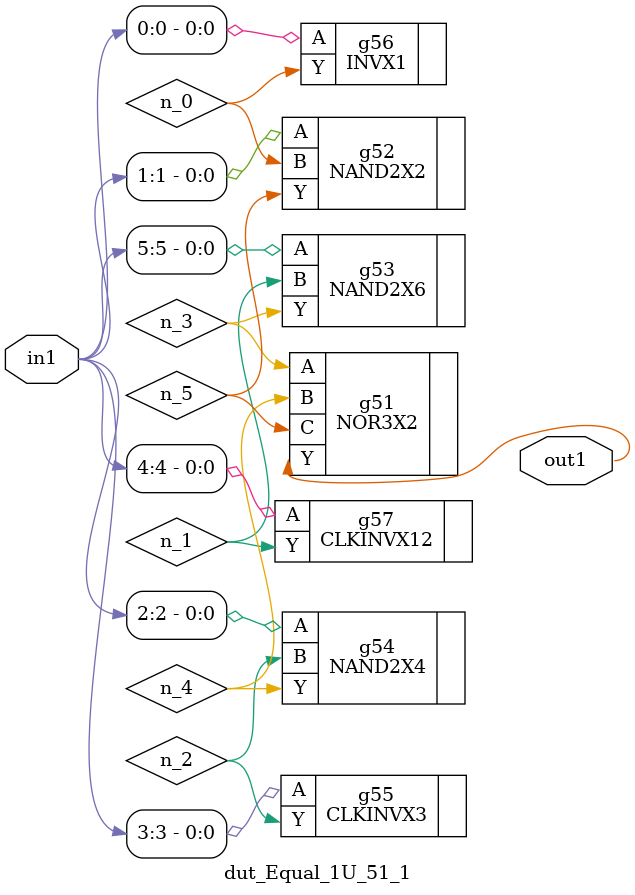
<source format=v>
`timescale 1ps / 1ps


module dut_Equal_1U_51_1(in1, out1);
  input [5:0] in1;
  output out1;
  wire [5:0] in1;
  wire out1;
  wire n_0, n_1, n_2, n_3, n_4, n_5;
  NOR3X2 g51(.A (n_3), .B (n_4), .C (n_5), .Y (out1));
  NAND2X2 g52(.A (in1[1]), .B (n_0), .Y (n_5));
  NAND2X4 g54(.A (in1[2]), .B (n_2), .Y (n_4));
  NAND2X6 g53(.A (in1[5]), .B (n_1), .Y (n_3));
  CLKINVX3 g55(.A (in1[3]), .Y (n_2));
  CLKINVX12 g57(.A (in1[4]), .Y (n_1));
  INVX1 g56(.A (in1[0]), .Y (n_0));
endmodule



</source>
